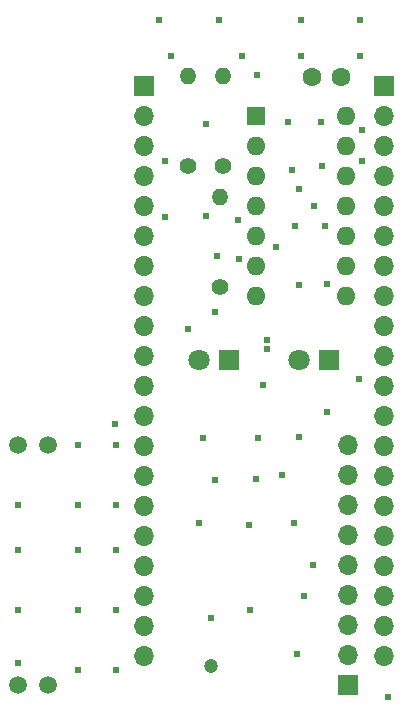
<source format=gbs>
%TF.GenerationSoftware,KiCad,Pcbnew,7.0.5*%
%TF.CreationDate,2023-11-03T15:53:39+09:00*%
%TF.ProjectId,EMUZ80SD_MK2,454d555a-3830-4534-945f-4d4b322e6b69,2.2*%
%TF.SameCoordinates,PX7560bf6PY775100a*%
%TF.FileFunction,Soldermask,Bot*%
%TF.FilePolarity,Negative*%
%FSLAX46Y46*%
G04 Gerber Fmt 4.6, Leading zero omitted, Abs format (unit mm)*
G04 Created by KiCad (PCBNEW 7.0.5) date 2023-11-03 15:53:39*
%MOMM*%
%LPD*%
G01*
G04 APERTURE LIST*
%ADD10R,1.600000X1.600000*%
%ADD11O,1.600000X1.600000*%
%ADD12R,1.800000X1.800000*%
%ADD13C,1.800000*%
%ADD14R,1.700000X1.700000*%
%ADD15O,1.700000X1.700000*%
%ADD16C,1.400000*%
%ADD17O,1.400000X1.400000*%
%ADD18C,1.600000*%
%ADD19C,0.605000*%
%ADD20C,1.200000*%
%ADD21C,1.500000*%
G04 APERTURE END LIST*
D10*
X22939400Y51700000D03*
D11*
X22939400Y49160000D03*
X22939400Y46620000D03*
X22939400Y44080000D03*
X22939400Y41540000D03*
X22939400Y39000000D03*
X22939400Y36460000D03*
X30559400Y36460000D03*
X30559400Y39000000D03*
X30559400Y41540000D03*
X30559400Y44080000D03*
X30559400Y46620000D03*
X30559400Y49160000D03*
X30559400Y51700000D03*
D12*
X20714400Y30966200D03*
D13*
X18174400Y30966200D03*
D14*
X30800000Y3450000D03*
D15*
X30800000Y5990000D03*
X30800000Y8530000D03*
X30800000Y11070000D03*
X30800000Y13610000D03*
X30800000Y16150000D03*
X30800000Y18690000D03*
X30800000Y21230000D03*
X30800000Y23770000D03*
D16*
X17189400Y47406200D03*
D17*
X17189400Y55026200D03*
D12*
X29189400Y30966200D03*
D13*
X26649400Y30966200D03*
D18*
X27689400Y54966200D03*
X30189400Y54966200D03*
D16*
X19939400Y37156200D03*
D17*
X19939400Y44776200D03*
D16*
X20189400Y47466200D03*
D17*
X20189400Y55086200D03*
D14*
X13450000Y54240000D03*
D15*
X13450000Y51700000D03*
X13450000Y49160000D03*
X13450000Y46620000D03*
X13450000Y44080000D03*
X13450000Y41540000D03*
X13450000Y39000000D03*
X13450000Y36460000D03*
X13450000Y33920000D03*
X13450000Y31380000D03*
X13450000Y28840000D03*
X13450000Y26300000D03*
X13450000Y23760000D03*
X13450000Y21220000D03*
X13450000Y18680000D03*
X13450000Y16140000D03*
X13450000Y13600000D03*
X13450000Y11060000D03*
X13450000Y8520000D03*
X13450000Y5980000D03*
D14*
X33770000Y54240000D03*
D15*
X33770000Y51700000D03*
X33770000Y49160000D03*
X33770000Y46620000D03*
X33770000Y44080000D03*
X33770000Y41540000D03*
X33770000Y39000000D03*
X33770000Y36460000D03*
X33770000Y33920000D03*
X33770000Y31380000D03*
X33770000Y28840000D03*
X33770000Y26300000D03*
X33770000Y23760000D03*
X33770000Y21220000D03*
X33770000Y18680000D03*
X33770000Y16140000D03*
X33770000Y13600000D03*
X33770000Y11060000D03*
X33770000Y8520000D03*
X33770000Y5980000D03*
D19*
X26600000Y24490000D03*
X23580000Y28890000D03*
X31720000Y29350000D03*
X26270000Y42350000D03*
X28810000Y42330000D03*
X28950000Y37420000D03*
X31960000Y47890000D03*
X31930000Y50440000D03*
X23020000Y55160000D03*
X18700000Y50980000D03*
X18720000Y43230000D03*
X15240000Y43120000D03*
X15240000Y47850000D03*
X26050000Y47120000D03*
X28560000Y47420000D03*
X28480000Y51110000D03*
X25680000Y51180000D03*
X19500000Y20860000D03*
X22950000Y20960000D03*
X23140000Y24410000D03*
X18460000Y24360000D03*
X34130000Y2440000D03*
X27040000Y11060000D03*
X19150000Y9190000D03*
X26150000Y17220000D03*
X18170000Y17170000D03*
X26440000Y6080000D03*
X17190000Y33620000D03*
X19470000Y35070000D03*
X22430000Y9850000D03*
X22410000Y17030000D03*
X29010000Y26580000D03*
X21430000Y42860000D03*
X21490000Y39580000D03*
X19710000Y39780000D03*
X26590000Y45470000D03*
X26590000Y37320000D03*
X27820000Y13610000D03*
X27890000Y44080000D03*
X25210000Y21230000D03*
D20*
X19170000Y5080000D03*
D21*
X5400000Y3450000D03*
X5400000Y23770000D03*
X2860000Y3450000D03*
X2860000Y23770000D03*
D19*
X11115000Y4720000D03*
X21800000Y56770000D03*
X7940000Y18690000D03*
X2860000Y9800000D03*
X26800000Y59770000D03*
X14800000Y59770000D03*
X7940000Y14880000D03*
X31800000Y56770000D03*
X2860000Y18690000D03*
X7940000Y23770000D03*
X7940000Y4720000D03*
X11115000Y14880000D03*
X2860000Y14880000D03*
X11115000Y9800000D03*
X19800000Y59770000D03*
X11115000Y18690000D03*
X2860000Y5355000D03*
X15800000Y56770000D03*
X31800000Y59770000D03*
X11115000Y23770000D03*
X7940000Y9800000D03*
X11070000Y25540000D03*
X26800000Y56770000D03*
X24704000Y40534000D03*
X23942000Y31898000D03*
X23942000Y32660000D03*
M02*

</source>
